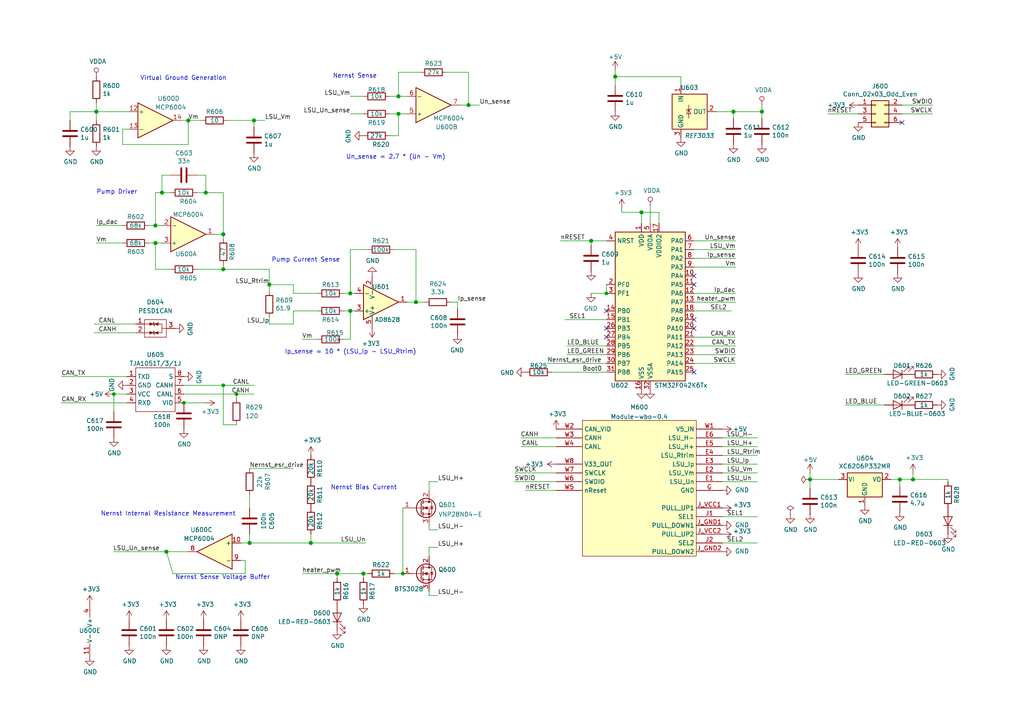
<source format=kicad_sch>
(kicad_sch (version 20211123) (generator eeschema)
  (paper "A4")
  (title_block (title "WBO") (date "2021-09-28") (rev "0.3") (company "rusefi.com"))
  (junction (at 135.89 30.48) (diameter 1.016))
  (junction (at 220.98 32.385) (diameter 1.016))
  (junction (at 171.45 69.85) (diameter 1.016))
  (junction (at 54.61 34.925) (diameter 1.016))
  (junction (at 234.95 139.065) (diameter 1.016))
  (junction (at 115.57 33.02) (diameter 1.016))
  (junction (at 64.77 111.76))
  (junction (at 72.39 157.48) (diameter 1.016))
  (junction (at 90.17 157.48) (diameter 1.016))
  (junction (at 101.6 85.09) (diameter 1.016))
  (junction (at 260.985 139.065) (diameter 1.016))
  (junction (at 116.84 166.37))
  (junction (at 264.795 139.065) (diameter 1.016))
  (junction (at 27.94 32.385) (diameter 1.016))
  (junction (at 33.02 114.3))
  (junction (at 48.26 160.02) (diameter 1.016))
  (junction (at 97.79 166.37) (diameter 1.016))
  (junction (at 178.435 22.225) (diameter 1.016))
  (junction (at 73.66 34.925) (diameter 1.016))
  (junction (at 64.77 78.105) (diameter 1.016))
  (junction (at 115.57 27.94) (diameter 1.016))
  (junction (at 78.105 82.55) (diameter 1.016))
  (junction (at 105.41 166.37) (diameter 1.016))
  (junction (at 101.6 90.17) (diameter 1.016))
  (junction (at 45.085 65.405) (diameter 1.016))
  (junction (at 46.99 55.88) (diameter 1.016))
  (junction (at 59.69 55.88) (diameter 1.016))
  (junction (at 68.58 114.3))
  (junction (at 175.895 85.09))
  (junction (at 186.055 61.595) (diameter 1.016))
  (junction (at 212.725 32.385) (diameter 1.016))
  (junction (at 120.65 87.63) (diameter 1.016))
  (junction (at 53.34 116.84))
  (junction (at 45.085 70.485) (diameter 1.016))
  (junction (at 64.77 67.945) (diameter 1.016))
  (no_connect (at 175.895 95.25))
  (no_connect (at 175.895 97.79))
  (no_connect (at 201.295 107.95))
  (no_connect (at 201.295 92.71))
  (no_connect (at 201.295 95.25))
  (no_connect (at 175.895 90.17))
  (no_connect (at 261.62 35.56))
  (no_connect (at 201.295 82.55))
  (no_connect (at 201.295 80.01))
  (wire (pts (xy 64.77 123.19) (xy 64.77 111.76)))
  (wire (pts (xy 73.66 114.3) (xy 68.58 114.3)))
  (wire (pts (xy 113.03 33.02) (xy 115.57 33.02)))
  (wire (pts (xy 87.63 98.425) (xy 92.075 98.425)))
  (wire (pts (xy 191.135 61.595) (xy 191.135 64.77)))
  (wire (pts (xy 213.36 77.47) (xy 201.295 77.47)))
  (wire (pts (xy 220.98 32.385) (xy 220.98 34.29)))
  (wire (pts (xy 27.305 93.98) (xy 39.37 93.98)))
  (wire (pts (xy 124.46 153.67) (xy 127 153.67)))
  (wire (pts (xy 164.465 102.87) (xy 175.895 102.87)))
  (wire (pts (xy 264.795 139.065) (xy 260.985 139.065)))
  (wire (pts (xy 48.26 160.02) (xy 50.165 166.37)))
  (wire (pts (xy 163.83 92.71) (xy 175.895 92.71)))
  (wire (pts (xy 76.835 34.925) (xy 73.66 34.925)))
  (wire (pts (xy 213.36 85.09) (xy 201.295 85.09)))
  (wire (pts (xy 46.99 55.88) (xy 49.53 55.88)))
  (wire (pts (xy 101.6 27.94) (xy 105.41 27.94)))
  (wire (pts (xy 99.695 98.425) (xy 101.6 98.425)))
  (wire (pts (xy 64.77 111.76) (xy 73.66 111.76)))
  (wire (pts (xy 264.795 139.065) (xy 274.955 139.065)))
  (wire (pts (xy 264.795 137.16) (xy 264.795 139.065)))
  (wire (pts (xy 20.32 32.385) (xy 27.94 32.385)))
  (wire (pts (xy 270.51 33.02) (xy 261.62 33.02)))
  (wire (pts (xy 45.085 65.405) (xy 46.99 65.405)))
  (wire (pts (xy 139.065 30.48) (xy 135.89 30.48)))
  (wire (pts (xy 85.09 82.55) (xy 85.09 85.09)))
  (wire (pts (xy 171.45 69.85) (xy 162.56 69.85)))
  (wire (pts (xy 35.56 41.91) (xy 54.61 41.91)))
  (wire (pts (xy 68.58 114.3) (xy 68.58 115.57)))
  (wire (pts (xy 64.77 78.105) (xy 78.105 78.105)))
  (wire (pts (xy 72.39 157.48) (xy 90.17 157.48)))
  (wire (pts (xy 99.695 85.09) (xy 101.6 85.09)))
  (wire (pts (xy 20.32 34.925) (xy 20.32 32.385)))
  (wire (pts (xy 209.55 139.7) (xy 219.71 139.7)))
  (wire (pts (xy 72.39 147.32) (xy 72.39 143.51)))
  (wire (pts (xy 78.105 82.55) (xy 85.09 82.55)))
  (wire (pts (xy 33.02 114.3) (xy 33.02 119.38)))
  (wire (pts (xy 124.46 152.4) (xy 124.46 153.67)))
  (wire (pts (xy 180.34 61.595) (xy 180.34 60.325)))
  (wire (pts (xy 106.68 72.39) (xy 101.6 72.39)))
  (wire (pts (xy 114.3 72.39) (xy 120.65 72.39)))
  (wire (pts (xy 85.09 135.89) (xy 72.39 135.89)))
  (wire (pts (xy 220.98 30.48) (xy 220.98 32.385)))
  (wire (pts (xy 49.53 50.8) (xy 46.99 50.8)))
  (wire (pts (xy 17.78 116.84) (xy 36.83 116.84)))
  (wire (pts (xy 64.77 55.88) (xy 64.77 67.945)))
  (wire (pts (xy 78.105 84.455) (xy 78.105 82.55)))
  (wire (pts (xy 180.34 61.595) (xy 186.055 61.595)))
  (wire (pts (xy 64.77 78.105) (xy 64.77 76.835)))
  (wire (pts (xy 27.94 29.845) (xy 27.94 32.385)))
  (wire (pts (xy 90.17 154.94) (xy 90.17 157.48)))
  (wire (pts (xy 245.11 108.585) (xy 256.54 108.585)))
  (wire (pts (xy 106.68 166.37) (xy 105.41 166.37)))
  (wire (pts (xy 116.84 166.37) (xy 114.3 166.37)))
  (wire (pts (xy 69.85 157.48) (xy 72.39 157.48)))
  (wire (pts (xy 240.03 33.02) (xy 248.92 33.02)))
  (wire (pts (xy 124.46 171.45) (xy 124.46 172.72)))
  (wire (pts (xy 124.46 172.72) (xy 127 172.72)))
  (wire (pts (xy 68.58 123.19) (xy 64.77 123.19)))
  (wire (pts (xy 99.695 90.17) (xy 101.6 90.17)))
  (wire (pts (xy 64.77 69.215) (xy 64.77 67.945)))
  (wire (pts (xy 213.36 97.79) (xy 201.295 97.79)))
  (wire (pts (xy 59.69 55.88) (xy 64.77 55.88)))
  (wire (pts (xy 209.55 127) (xy 219.71 127)))
  (wire (pts (xy 73.66 36.83) (xy 73.66 34.925)))
  (wire (pts (xy 50.165 166.37) (xy 71.12 166.37)))
  (wire (pts (xy 116.84 147.32) (xy 116.84 166.37)))
  (wire (pts (xy 33.02 114.3) (xy 36.83 114.3)))
  (wire (pts (xy 243.205 139.065) (xy 234.95 139.065)))
  (wire (pts (xy 201.295 102.87) (xy 213.36 102.87)))
  (wire (pts (xy 261.62 30.48) (xy 270.51 30.48)))
  (wire (pts (xy 135.89 20.955) (xy 135.89 30.48)))
  (wire (pts (xy 57.15 55.88) (xy 59.69 55.88)))
  (wire (pts (xy 245.11 117.475) (xy 256.54 117.475)))
  (wire (pts (xy 120.65 87.63) (xy 123.19 87.63)))
  (wire (pts (xy 115.57 39.37) (xy 113.03 39.37)))
  (wire (pts (xy 64.77 67.945) (xy 62.23 67.945)))
  (wire (pts (xy 132.715 87.63) (xy 130.81 87.63)))
  (wire (pts (xy 54.61 41.91) (xy 54.61 34.925)))
  (wire (pts (xy 209.55 149.86) (xy 219.71 149.86)))
  (wire (pts (xy 59.69 116.84) (xy 53.34 116.84)))
  (wire (pts (xy 45.085 55.88) (xy 46.99 55.88)))
  (wire (pts (xy 71.12 166.37) (xy 71.12 162.56)))
  (wire (pts (xy 115.57 33.02) (xy 118.11 33.02)))
  (wire (pts (xy 27.305 96.52) (xy 39.37 96.52)))
  (wire (pts (xy 46.99 50.8) (xy 46.99 55.88)))
  (wire (pts (xy 209.55 132.08) (xy 219.71 132.08)))
  (wire (pts (xy 197.485 22.225) (xy 178.435 22.225)))
  (wire (pts (xy 105.41 166.37) (xy 105.41 167.64)))
  (wire (pts (xy 54.61 34.925) (xy 52.705 34.925)))
  (wire (pts (xy 118.11 27.94) (xy 115.57 27.94)))
  (wire (pts (xy 186.055 64.77) (xy 186.055 61.595)))
  (wire (pts (xy 45.085 78.105) (xy 45.085 70.485)))
  (wire (pts (xy 101.6 90.17) (xy 101.6 98.425)))
  (wire (pts (xy 45.085 55.88) (xy 45.085 65.405)))
  (wire (pts (xy 27.94 70.485) (xy 35.56 70.485)))
  (wire (pts (xy 27.94 65.405) (xy 35.56 65.405)))
  (wire (pts (xy 161.29 139.7) (xy 149.225 139.7)))
  (wire (pts (xy 37.465 37.465) (xy 35.56 37.465)))
  (wire (pts (xy 72.39 157.48) (xy 72.39 154.94)))
  (wire (pts (xy 213.36 72.39) (xy 201.295 72.39)))
  (wire (pts (xy 207.645 32.385) (xy 212.725 32.385)))
  (wire (pts (xy 209.55 134.62) (xy 219.71 134.62)))
  (wire (pts (xy 178.435 24.765) (xy 178.435 22.225)))
  (wire (pts (xy 27.94 32.385) (xy 37.465 32.385)))
  (wire (pts (xy 178.435 22.225) (xy 178.435 20.32)))
  (wire (pts (xy 124.46 139.7) (xy 127 139.7)))
  (wire (pts (xy 78.105 78.105) (xy 78.105 82.55)))
  (wire (pts (xy 97.79 167.64) (xy 97.79 166.37)))
  (wire (pts (xy 149.225 137.16) (xy 161.29 137.16)))
  (wire (pts (xy 53.34 111.76) (xy 64.77 111.76)))
  (wire (pts (xy 234.95 137.16) (xy 234.95 139.065)))
  (wire (pts (xy 171.45 85.09) (xy 175.895 85.09)))
  (wire (pts (xy 120.65 87.63) (xy 118.11 87.63)))
  (wire (pts (xy 73.66 34.925) (xy 66.04 34.925)))
  (wire (pts (xy 161.29 129.54) (xy 151.13 129.54)))
  (wire (pts (xy 92.075 90.17) (xy 85.09 90.17)))
  (wire (pts (xy 160.02 107.95) (xy 175.895 107.95)))
  (wire (pts (xy 201.295 90.17) (xy 212.09 90.17)))
  (wire (pts (xy 186.055 61.595) (xy 191.135 61.595)))
  (wire (pts (xy 175.895 85.09) (xy 175.895 82.55)))
  (wire (pts (xy 27.94 32.385) (xy 27.94 34.925)))
  (wire (pts (xy 17.78 109.22) (xy 36.83 109.22)))
  (wire (pts (xy 201.295 74.93) (xy 213.36 74.93)))
  (wire (pts (xy 85.09 93.98) (xy 78.105 93.98)))
  (wire (pts (xy 120.65 72.39) (xy 120.65 87.63)))
  (wire (pts (xy 101.6 33.02) (xy 105.41 33.02)))
  (wire (pts (xy 35.56 37.465) (xy 35.56 41.91)))
  (wire (pts (xy 161.29 127) (xy 151.13 127)))
  (wire (pts (xy 85.09 90.17) (xy 85.09 93.98)))
  (wire (pts (xy 209.55 137.16) (xy 219.71 137.16)))
  (wire (pts (xy 33.02 160.02) (xy 48.26 160.02)))
  (wire (pts (xy 171.45 71.12) (xy 171.45 69.85)))
  (wire (pts (xy 53.34 114.3) (xy 68.58 114.3)))
  (wire (pts (xy 57.15 50.8) (xy 59.69 50.8)))
  (wire (pts (xy 124.46 142.24) (xy 124.46 139.7)))
  (wire (pts (xy 132.715 89.535) (xy 132.715 87.63)))
  (wire (pts (xy 209.55 157.48) (xy 219.71 157.48)))
  (wire (pts (xy 71.12 162.56) (xy 69.85 162.56)))
  (wire (pts (xy 129.54 20.955) (xy 135.89 20.955)))
  (wire (pts (xy 152.4 142.24) (xy 161.29 142.24)))
  (wire (pts (xy 188.595 64.77) (xy 188.595 59.69)))
  (wire (pts (xy 158.75 105.41) (xy 175.895 105.41)))
  (wire (pts (xy 175.895 69.85) (xy 171.45 69.85)))
  (wire (pts (xy 212.725 32.385) (xy 212.725 34.29)))
  (wire (pts (xy 213.36 105.41) (xy 201.295 105.41)))
  (wire (pts (xy 115.57 39.37) (xy 115.57 33.02)))
  (wire (pts (xy 49.53 78.105) (xy 45.085 78.105)))
  (wire (pts (xy 115.57 20.955) (xy 121.92 20.955)))
  (wire (pts (xy 87.63 166.37) (xy 97.79 166.37)))
  (wire (pts (xy 115.57 27.94) (xy 113.03 27.94)))
  (wire (pts (xy 85.09 85.09) (xy 92.075 85.09)))
  (wire (pts (xy 197.485 24.765) (xy 197.485 22.225)))
  (wire (pts (xy 58.42 34.925) (xy 54.61 34.925)))
  (wire (pts (xy 101.6 85.09) (xy 102.87 85.09)))
  (wire (pts (xy 101.6 90.17) (xy 102.87 90.17)))
  (wire (pts (xy 101.6 72.39) (xy 101.6 85.09)))
  (wire (pts (xy 201.295 100.33) (xy 213.36 100.33)))
  (wire (pts (xy 78.105 92.075) (xy 78.105 93.98)))
  (wire (pts (xy 164.465 100.33) (xy 175.895 100.33)))
  (wire (pts (xy 90.17 157.48) (xy 106.045 157.48)))
  (wire (pts (xy 124.46 158.75) (xy 127 158.75)))
  (wire (pts (xy 124.46 161.29) (xy 124.46 158.75)))
  (wire (pts (xy 135.89 30.48) (xy 133.35 30.48)))
  (wire (pts (xy 201.295 69.85) (xy 213.36 69.85)))
  (wire (pts (xy 234.95 139.065) (xy 234.95 141.605)))
  (wire (pts (xy 45.085 70.485) (xy 46.99 70.485)))
  (wire (pts (xy 213.36 87.63) (xy 201.295 87.63)))
  (wire (pts (xy 43.18 65.405) (xy 45.085 65.405)))
  (wire (pts (xy 59.69 50.8) (xy 59.69 55.88)))
  (wire (pts (xy 209.55 129.54) (xy 219.71 129.54)))
  (wire (pts (xy 260.985 140.97) (xy 260.985 139.065)))
  (wire (pts (xy 212.725 32.385) (xy 220.98 32.385)))
  (wire (pts (xy 57.15 78.105) (xy 64.77 78.105)))
  (wire (pts (xy 274.955 139.065) (xy 274.955 139.7)))
  (wire (pts (xy 97.79 166.37) (xy 105.41 166.37)))
  (wire (pts (xy 43.18 70.485) (xy 45.085 70.485)))
  (wire (pts (xy 48.26 160.02) (xy 54.61 160.02)))
  (wire (pts (xy 115.57 27.94) (xy 115.57 20.955)))
  (wire (pts (xy 260.985 139.065) (xy 258.445 139.065)))
  (text "Nernst Sense" (at 96.52 22.86 0) (effects (font (size 1.27 1.27)) (justify left bottom)))
  (text "Pump Driver" (at 27.94 56.515 0) (effects (font (size 1.27 1.27)) (justify left bottom)))
  (text "Virtual Ground Generation" (at 40.64 23.495 0) (effects (font (size 1.27 1.27)) (justify left bottom)))
  (text "Nernst Internal Resistance Measurement" (at 29.21 149.86 0) (effects (font (size 1.27 1.27)) (justify left bottom)))
  (text "Nernst Bias Current" (at 95.885 142.24 0) (effects (font (size 1.27 1.27)) (justify left bottom)))
  (text "Nernst Sense Voltage Buffer" (at 50.8 168.275 0) (effects (font (size 1.27 1.27)) (justify left bottom)))
  (text "Un_sense = 2.7 * (Un - Vm)" (at 100.33 46.355 0) (effects (font (size 1.27 1.27)) (justify left bottom)))
  (text "Pump Current Sense" (at 78.74 76.2 0) (effects (font (size 1.27 1.27)) (justify left bottom)))
  (text "Ip_sense = 10 * (LSU_Ip - LSU_Rtrim)" (at 82.55 102.87 0) (effects (font (size 1.27 1.27)) (justify left bottom)))
  (label "LSU_H-" (at 127 153.67 0))
  (label "Nernst_esr_drive" (at 158.75 105.41 0))
  (label "LSU_Vm" (at 210.82 137.16 0))
  (label "LSU_Vm" (at 213.36 72.39 180))
  (label "LSU_Un" (at 210.82 139.7 0))
  (label "LSU_Vm" (at 101.6 27.94 180))
  (label "Vm" (at 27.94 70.485 0))
  (label "LSU_Ip" (at 78.105 93.98 180))
  (label "SWDIO" (at 149.225 139.7 0))
  (label "CANH" (at 72.39 114.3 180))
  (label "heater_pwm" (at 213.36 87.63 180))
  (label "LSU_Rtrim" (at 210.82 132.08 0))
  (label "Vm" (at 54.61 34.925 0))
  (label "LSU_H-" (at 210.82 127 0))
  (label "LSU_Un" (at 106.045 157.48 180))
  (label "LED_GREEN" (at 245.11 108.585 0))
  (label "nRESET" (at 162.56 69.85 0))
  (label "Vm" (at 87.63 98.425 0))
  (label "Nernst_esr_drive" (at 72.39 135.89 0))
  (label "nRESET" (at 240.03 33.02 0))
  (label "nRESET" (at 152.4 142.24 0))
  (label "LSU_Un_sense" (at 101.6 33.02 180))
  (label "LED_BLUE" (at 164.465 100.33 0))
  (label "Boot0" (at 168.91 107.95 0))
  (label "LSU_Vm" (at 76.835 34.925 0))
  (label "Vm" (at 213.36 77.47 180))
  (label "CAN_TX" (at 213.36 100.33 180))
  (label "Un_sense" (at 139.065 30.48 0))
  (label "LSU_Rtrim" (at 78.105 82.55 180))
  (label "Un_sense" (at 213.36 69.85 180))
  (label "CANH" (at 28.575 96.52 0))
  (label "Ip_sense" (at 132.715 87.63 0))
  (label "LSU_Ip" (at 210.82 134.62 0))
  (label "SWCLK" (at 149.225 137.16 0))
  (label "CANL" (at 28.575 93.98 0))
  (label "Ip_dac" (at 213.36 85.09 180))
  (label "Ip_sense" (at 213.36 74.93 180))
  (label "LED_BLUE" (at 245.11 117.475 0))
  (label "CAN_TX" (at 17.78 109.22 0))
  (label "SWDIO" (at 213.36 102.87 180))
  (label "Ip_dac" (at 27.94 65.405 0))
  (label "LSU_Un_sense" (at 46.355 160.02 180))
  (label "SWCLK" (at 213.36 105.41 180))
  (label "SEL1" (at 165.1 92.71 0))
  (label "LSU_H+" (at 210.82 129.54 0))
  (label "SEL1" (at 210.82 149.86 0))
  (label "heater_pwm" (at 87.63 166.37 0))
  (label "SWDIO" (at 270.51 30.48 180))
  (label "CANH" (at 156.21 127 180))
  (label "CANL" (at 72.39 111.76 180))
  (label "CAN_RX" (at 17.78 116.84 0))
  (label "CANL" (at 156.21 129.54 180))
  (label "CAN_RX" (at 213.36 97.79 180))
  (label "SEL2" (at 210.82 157.48 0))
  (label "LSU_H-" (at 127 172.72 0))
  (label "SWCLK" (at 270.51 33.02 180))
  (label "LSU_H+" (at 127 158.75 0))
  (label "LSU_H+" (at 127 139.7 0))
  (label "LED_GREEN" (at 164.465 102.87 0))
  (label "SEL2" (at 210.82 90.17 180))
  (symbol (lib_id "hellen1-wbo-rescue:R-Device") (at 109.22 33.02 90) (unit 1)
    (property "Reference" "R619" (at 109.22 35.56 90))
    (property "Value" "10k" (at 109.22 33.02 90))
    (property "Footprint" "Resistor_SMD:R_0402_1005Metric" (effects hide))
    (property "LCSC" "C25744" (effects hide))
  )
  (symbol (lib_id "hellen1-wbo-rescue:R-Device") (at 109.22 27.94 90) (unit 1)
    (property "Reference" "R618" (at 109.22 26.035 90))
    (property "Value" "10k" (at 109.22 27.94 90))
    (property "Footprint" "Resistor_SMD:R_0402_1005Metric" (effects hide))
    (property "LCSC" "C25744" (effects hide))
  )
  (symbol (lib_id "hellen1-wbo-rescue:R-Device") (at 125.73 20.955 90) (unit 1)
    (property "Reference" "R623" (at 125.73 18.415 90))
    (property "Value" "27k" (at 125.73 20.955 90))
    (property "Footprint" "Resistor_SMD:R_0402_1005Metric" (effects hide))
    (property "LCSC" "C25771" (effects hide))
  )
  (symbol (lib_id "hellen1-wbo-rescue:R-Device") (at 109.22 39.37 270) (unit 1)
    (property "Reference" "R620" (at 107.95 41.91 90) (effects (justify left)))
    (property "Value" "27k" (at 107.315 39.37 90) (effects (justify left)))
    (property "Footprint" "Resistor_SMD:R_0402_1005Metric" (effects hide))
    (property "LCSC" "C25771" (effects hide))
  )
  (symbol (lib_id "hellen1-wbo-rescue:GND-power") (at 105.41 39.37 270) (unit 1)
    (property "Reference" "#PWR0616" (effects hide))
    (property "Value" "GND" (at 101.0158 39.497 0))
  )
  (symbol (lib_id "hellen1-wbo-rescue:R-Device") (at 78.105 88.265 0) (unit 1)
    (property "Reference" "R609" (at 79.883 87.0966 0) (effects (justify left)))
    (property "Value" "61.9" (at 79.883 89.408 0) (effects (justify left)))
    (property "Footprint" "Resistor_SMD:R_0603_1608Metric" (effects hide))
    (property "LCSC" "C23092" (effects hide))
  )
  (symbol (lib_id "hellen1-wbo-rescue:R-Device") (at 27.94 26.035 0) (unit 1)
    (property "Reference" "R600" (at 29.718 24.8666 0) (effects (justify left)))
    (property "Value" "1k" (at 29.718 27.178 0) (effects (justify left)))
    (property "Footprint" "Resistor_SMD:R_0402_1005Metric" (effects hide))
    (property "LCSC" "C11702" (effects hide))
  )
  (symbol (lib_id "hellen1-wbo-rescue:R-Device") (at 27.94 38.735 0) (unit 1)
    (property "Reference" "R601" (at 29.718 37.5666 0) (effects (justify left)))
    (property "Value" "1k" (at 29.718 39.878 0) (effects (justify left)))
    (property "Footprint" "Resistor_SMD:R_0402_1005Metric" (effects hide))
    (property "LCSC" "C11702" (effects hide))
  )
  (symbol (lib_id "hellen1-wbo-rescue:GND-power") (at 27.94 42.545 0) (unit 1)
    (property "Reference" "#PWR0604" (effects hide))
    (property "Value" "GND" (at 28.067 46.9392 0))
  )
  (symbol (lib_id "hellen1-wbo-rescue:C-Device") (at 20.32 38.735 0) (unit 1)
    (property "Reference" "C600" (at 23.241 37.5666 0) (effects (justify left)))
    (property "Value" "1u" (at 23.241 39.878 0) (effects (justify left)))
    (property "Footprint" "Capacitor_SMD:C_0402_1005Metric" (effects hide))
    (property "LCSC" "C52923" (effects hide))
  )
  (symbol (lib_id "hellen1-wbo-rescue:GND-power") (at 20.32 42.545 0) (unit 1)
    (property "Reference" "#PWR0600" (effects hide))
    (property "Value" "GND" (at 20.447 46.9392 0))
  )
  (symbol (lib_id "hellen1-wbo-rescue:C-Device") (at 72.39 151.13 180) (unit 1)
    (property "Reference" "C605" (at 78.7908 151.13 90))
    (property "Value" "100n" (at 76.4794 151.13 90))
    (property "Footprint" "Capacitor_SMD:C_0402_1005Metric" (effects hide))
    (property "LCSC" "C1525" (effects hide))
  )
  (symbol (lib_id "hellen1-wbo-rescue:R-Device") (at 72.39 139.7 180) (unit 1)
    (property "Reference" "R607" (at 77.6478 139.7 90))
    (property "Value" "22k" (at 75.3364 139.7 90))
    (property "Footprint" "Resistor_SMD:R_0402_1005Metric" (effects hide))
    (property "LCSC" "C25768" (effects hide))
  )
  (symbol (lib_id "hellen1-wbo-rescue:R-Device") (at 95.885 85.09 270) (unit 1)
    (property "Reference" "R613" (at 95.885 82.55 90))
    (property "Value" "10k" (at 95.885 85.09 90))
    (property "Footprint" "Resistor_SMD:R_0402_1005Metric" (effects hide))
    (property "LCSC" "C25744" (effects hide))
  )
  (symbol (lib_id "hellen1-wbo-rescue:R-Device") (at 95.885 90.17 270) (unit 1)
    (property "Reference" "R614" (at 95.885 92.71 90))
    (property "Value" "10k" (at 95.885 90.17 90))
    (property "Footprint" "Resistor_SMD:R_0402_1005Metric" (effects hide))
    (property "LCSC" "C25744" (effects hide))
  )
  (symbol (lib_id "hellen1-wbo-rescue:R-Device") (at 95.885 98.425 270) (unit 1)
    (property "Reference" "R615" (at 94.615 96.52 90) (effects (justify left)))
    (property "Value" "100k" (at 93.98 98.425 90) (effects (justify left)))
    (property "Footprint" "Resistor_SMD:R_0402_1005Metric" (effects hide))
    (property "LCSC" "C25741" (effects hide))
  )
  (symbol (lib_id "hellen1-wbo-rescue:R-Device") (at 62.23 34.925 270) (unit 1)
    (property "Reference" "R606" (at 62.23 32.385 90))
    (property "Value" "10" (at 62.23 34.925 90))
    (property "Footprint" "Resistor_SMD:R_0402_1005Metric" (effects hide))
    (property "LCSC" "C25077" (effects hide))
  )
  (symbol (lib_id "hellen1-wbo-rescue:R-Device") (at 110.49 72.39 270) (unit 1)
    (property "Reference" "R621" (at 110.49 69.85 90))
    (property "Value" "100k" (at 110.49 72.39 90))
    (property "Footprint" "Resistor_SMD:R_0402_1005Metric" (effects hide))
    (property "LCSC" "C25741" (effects hide))
  )
  (symbol (lib_id "hellen1-wbo-rescue:R-Device") (at 64.77 73.025 180) (unit 1)
    (property "Reference" "R608" (at 67.31 73.025 90))
    (property "Value" "47" (at 64.77 73.025 90))
    (property "Footprint" "Resistor_SMD:R_0402_1005Metric" (effects hide))
    (property "LCSC" "C25118" (effects hide))
  )
  (symbol (lib_id "hellen1-wbo-rescue:C-Device") (at 73.66 40.64 0) (unit 1)
    (property "Reference" "C607" (at 76.581 39.4716 0) (effects (justify left)))
    (property "Value" "1u" (at 76.581 41.783 0) (effects (justify left)))
    (property "Footprint" "Capacitor_SMD:C_0402_1005Metric" (effects hide))
    (property "LCSC" "C52923" (effects hide))
  )
  (symbol (lib_id "hellen1-wbo-rescue:GND-power") (at 73.66 44.45 0) (unit 1)
    (property "Reference" "#PWR0613" (effects hide))
    (property "Value" "GND" (at 73.787 48.8442 0))
  )
  (symbol (lib_id "hellen1-wbo-rescue:C-Device") (at 234.95 145.415 0) (unit 1)
    (property "Reference" "C613" (at 237.871 144.2466 0) (effects (justify left)))
    (property "Value" "100n" (at 237.871 146.558 0) (effects (justify left)))
    (property "Footprint" "Capacitor_SMD:C_0402_1005Metric" (effects hide))
    (property "LCSC" "C1525" (effects hide))
  )
  (symbol (lib_id "hellen1-wbo-rescue:GND-power") (at 234.95 149.225 0) (unit 1)
    (property "Reference" "#PWR0637" (effects hide))
    (property "Value" "GND" (at 235.077 153.6192 0))
  )
  (symbol (lib_id "hellen1-wbo-rescue:+5V-power") (at 234.95 137.16 0) (unit 1)
    (property "Reference" "#PWR0636" (effects hide))
    (property "Value" "+5V" (at 234.95 133.35 0))
  )
  (symbol (lib_id "hellen1-wbo-rescue:XC6206PxxxMR-Regulator_Linear") (at 250.825 139.065 0) (unit 1)
    (property "Reference" "U604" (at 250.825 132.9182 0))
    (property "Value" "XC6206P332MR" (at 250.825 135.2296 0))
    (property "Footprint" "Package_TO_SOT_SMD:SOT-23" (effects hide))
    (property "Datasheet" "https://www.torexsemi.com/file/xc6206/XC6206.pdf" (effects hide))
    (property "LCSC" "C5446" (effects hide))
  )
  (symbol (lib_id "hellen1-wbo-rescue:GND-power") (at 250.825 146.685 0) (unit 1)
    (property "Reference" "#PWR0642" (effects hide))
    (property "Value" "GND" (at 250.952 151.0792 0))
  )
  (symbol (lib_id "hellen1-wbo-rescue:C-Device") (at 260.985 144.78 0) (unit 1)
    (property "Reference" "C616" (at 263.906 143.6116 0) (effects (justify left)))
    (property "Value" "4.7u" (at 263.906 145.923 0) (effects (justify left)))
    (property "Footprint" "Capacitor_SMD:C_0603_1608Metric" (effects hide))
    (property "LCSC" "C19666" (effects hide))
  )
  (symbol (lib_id "hellen1-wbo-rescue:GND-power") (at 260.985 148.59 0) (unit 1)
    (property "Reference" "#PWR0645" (effects hide))
    (property "Value" "GND" (at 261.112 152.9842 0))
  )
  (symbol (lib_id "hellen1-wbo-rescue:+3.3V-power") (at 264.795 137.16 0) (unit 1)
    (property "Reference" "#PWR0646" (effects hide))
    (property "Value" "+3.3V" (at 265.176 132.7658 0))
  )
  (symbol (lib_id "hellen1-wbo-rescue:R-Device") (at 90.17 151.13 180) (unit 1)
    (property "Reference" "R612" (at 92.71 151.13 90))
    (property "Value" "20k" (at 90.17 151.13 90))
    (property "Footprint" "Resistor_SMD:R_0402_1005Metric" (effects hide))
    (property "LCSC" "C25765" (effects hide))
  )
  (symbol (lib_id "hellen1-wbo-rescue:R-Device") (at 53.34 55.88 270) (unit 1)
    (property "Reference" "R604" (at 52.07 58.42 90) (effects (justify left)))
    (property "Value" "10k" (at 51.435 55.88 90) (effects (justify left)))
    (property "Footprint" "Resistor_SMD:R_0402_1005Metric" (effects hide))
    (property "LCSC" "C25744" (effects hide))
  )
  (symbol (lib_id "hellen1-wbo-rescue:R-Device") (at 53.34 78.105 270) (unit 1)
    (property "Reference" "R605" (at 52.07 80.645 90) (effects (justify left)))
    (property "Value" "10k" (at 51.435 78.105 90) (effects (justify left)))
    (property "Footprint" "Resistor_SMD:R_0402_1005Metric" (effects hide))
    (property "LCSC" "C25744" (effects hide))
  )
  (symbol (lib_id "hellen1-wbo-rescue:R-Device") (at 39.37 70.485 270) (unit 1)
    (property "Reference" "R603" (at 39.37 73.025 90))
    (property "Value" "68k" (at 39.37 70.485 90))
    (property "Footprint" "Resistor_SMD:R_0402_1005Metric" (effects hide))
    (property "LCSC" "C36871" (effects hide))
  )
  (symbol (lib_id "hellen1-wbo-rescue:R-Device") (at 39.37 65.405 90) (unit 1)
    (property "Reference" "R602" (at 39.37 62.865 90))
    (property "Value" "68k" (at 39.37 65.405 90))
    (property "Footprint" "Resistor_SMD:R_0402_1005Metric" (effects hide))
    (property "LCSC" "C36871" (effects hide))
  )
  (symbol (lib_id "hellen1-wbo-rescue:MCP6004-Amplifier_Operational") (at 125.73 30.48 0) (mirror x) (unit 2)
    (property "Reference" "U600" (at 129.54 36.83 0))
    (property "Value" "MCP6004" (at 130.175 34.29 0))
    (property "Footprint" "Package_SO:TSSOP-14_4.4x5mm_P0.65mm" (effects hide))
    (property "Datasheet" "http://ww1.microchip.com/downloads/en/DeviceDoc/21733j.pdf" (effects hide))
    (property "LCSC" "C50282" (effects hide))
  )
  (symbol (lib_id "hellen1-wbo-rescue:MCP6004-Amplifier_Operational") (at 54.61 67.945 0) (mirror x) (unit 1)
    (property "Reference" "U600" (at 53.975 73.66 0))
    (property "Value" "MCP6004" (at 54.61 62.23 0))
    (property "Footprint" "Package_SO:TSSOP-14_4.4x5mm_P0.65mm" (effects hide))
    (property "Datasheet" "http://ww1.microchip.com/downloads/en/DeviceDoc/21733j.pdf" (effects hide))
    (property "LCSC" "C50282" (effects hide))
  )
  (symbol (lib_id "hellen1-wbo-rescue:MCP6004-Amplifier_Operational") (at 62.23 160.02 0) (mirror y) (unit 3)
    (property "Reference" "U600" (at 58.42 153.67 0))
    (property "Value" "MCP6004" (at 57.785 156.21 0))
    (property "Footprint" "Package_SO:TSSOP-14_4.4x5mm_P0.65mm" (effects hide))
    (property "Datasheet" "http://ww1.microchip.com/downloads/en/DeviceDoc/21733j.pdf" (effects hide))
    (property "LCSC" "C50282" (effects hide))
  )
  (symbol (lib_id "hellen1-wbo-rescue:MCP6004-Amplifier_Operational") (at 45.085 34.925 0) (unit 4)
    (property "Reference" "U600" (at 48.895 28.575 0))
    (property "Value" "MCP6004" (at 49.53 31.115 0))
    (property "Footprint" "Package_SO:TSSOP-14_4.4x5mm_P0.65mm" (effects hide))
    (property "Datasheet" "http://ww1.microchip.com/downloads/en/DeviceDoc/21733j.pdf" (effects hide))
    (property "LCSC" "C50282" (effects hide))
  )
  (symbol (lib_id "hellen1-wbo-rescue:C-Device") (at 53.34 50.8 270) (unit 1)
    (property "Reference" "C603" (at 53.34 44.3992 90))
    (property "Value" "33n" (at 53.34 46.7106 90))
    (property "Footprint" "Capacitor_SMD:C_0402_1005Metric" (effects hide))
    (property "LCSC" "C1585" (effects hide))
  )
  (symbol (lib_id "hellen1-wbo-rescue:+3.3V-power") (at 180.34 60.325 0) (unit 1)
    (property "Reference" "#PWR0625" (effects hide))
    (property "Value" "+3.3V" (at 180.721 55.9308 0))
  )
  (symbol (lib_id "hellen1-wbo-rescue:C-Device") (at 212.725 38.1 0) (unit 1)
    (property "Reference" "C611" (at 215.646 36.9316 0) (effects (justify left)))
    (property "Value" "1u" (at 215.646 39.243 0) (effects (justify left)))
    (property "Footprint" "Capacitor_SMD:C_0402_1005Metric" (effects hide))
    (property "LCSC" "C52923" (effects hide))
  )
  (symbol (lib_id "hellen1-wbo-rescue:C-Device") (at 220.98 38.1 0) (unit 1)
    (property "Reference" "C612" (at 223.901 36.9316 0) (effects (justify left)))
    (property "Value" "100n" (at 223.901 39.243 0) (effects (justify left)))
    (property "Footprint" "Capacitor_SMD:C_0402_1005Metric" (effects hide))
    (property "LCSC" "C1525" (effects hide))
  )
  (symbol (lib_id "hellen1-wbo-rescue:GND-power") (at 212.725 41.91 0) (unit 1)
    (property "Reference" "#PWR0632" (effects hide))
    (property "Value" "GND" (at 212.852 46.3042 0))
  )
  (symbol (lib_id "hellen1-wbo-rescue:GND-power") (at 220.98 41.91 0) (unit 1)
    (property "Reference" "#PWR0634" (effects hide))
    (property "Value" "GND" (at 221.107 46.3042 0))
  )
  (symbol (lib_id "hellen1-wbo-rescue:+3.3V-power") (at 90.17 132.08 0) (unit 1)
    (property "Reference" "#PWR0614" (effects hide))
    (property "Value" "+3.3V" (at 90.551 127.6858 0))
  )
  (symbol (lib_id "hellen1-wbo-rescue:MCP6004-Amplifier_Operational") (at 28.575 182.88 0) (unit 5)
    (property "Reference" "U600" (at 26.035 182.88 0))
    (property "Value" "MCP6004" (effects hide))
    (property "Footprint" "Package_SO:TSSOP-14_4.4x5mm_P0.65mm" (effects hide))
    (property "Datasheet" "http://ww1.microchip.com/downloads/en/DeviceDoc/21733j.pdf" (effects hide))
    (property "LCSC" "C50282" (effects hide))
  )
  (symbol (lib_id "hellen1-wbo-rescue:GND-power") (at 26.035 190.5 0) (unit 1)
    (property "Reference" "#PWR0602" (effects hide))
    (property "Value" "GND" (at 26.162 194.8942 0))
  )
  (symbol (lib_id "hellen1-wbo-rescue:+3.3V-power") (at 107.95 95.25 180) (unit 1)
    (property "Reference" "#PWR0619" (effects hide))
    (property "Value" "+3.3V" (at 107.569 99.6442 0))
  )
  (symbol (lib_id "hellen1-wbo-rescue:+3.3V-power") (at 26.035 175.26 0) (unit 1)
    (property "Reference" "#PWR0601" (effects hide))
    (property "Value" "+3.3V" (at 26.416 170.8658 0))
  )
  (symbol (lib_id "hellen1-wbo-rescue:AD8603-Amplifier_Operational") (at 110.49 87.63 0) (mirror x) (unit 1)
    (property "Reference" "U601" (at 110.49 83.185 0))
    (property "Value" "AD8628" (at 112.395 92.71 0))
    (property "Footprint" "Package_TO_SOT_SMD:TSOT-23-5" (effects hide))
    (property "Datasheet" "https://www.analog.com/media/en/technical-documentation/data-sheets/AD8603_8607_8609.pdf" (effects hide))
    (property "LCSC" "C29309" (effects hide))
  )
  (symbol (lib_id "hellen1-wbo-rescue:GND-power") (at 107.95 80.01 0) (mirror x) (unit 1)
    (property "Reference" "#PWR0618" (effects hide))
    (property "Value" "GND" (at 108.077 75.6158 0))
  )
  (symbol (lib_id "hellen1-wbo-rescue:LED-Device") (at 260.35 117.475 180) (unit 1)
    (property "Reference" "D602" (at 259.08 114.935 0) (effects (justify right)))
    (property "Value" "LED-BLUE-0603" (at 257.81 120.015 0) (effects (justify right)))
    (property "Footprint" "LED_SMD:LED_0603_1608Metric" (effects hide))
    (property "LCSC" "C72041" (effects hide))
  )
  (symbol (lib_id "hellen1-wbo-rescue:R-Device") (at 267.97 117.475 270) (unit 1)
    (property "Reference" "R627" (at 267.97 114.935 90))
    (property "Value" "1k" (at 267.97 117.475 90))
    (property "Footprint" "Resistor_SMD:R_0402_1005Metric" (effects hide))
    (property "LCSC" "C11702" (effects hide))
  )
  (symbol (lib_id "hellen1-wbo-rescue:GND-power") (at 271.78 117.475 90) (unit 1)
    (property "Reference" "#PWR0648" (effects hide))
    (property "Value" "GND" (at 276.1742 117.348 0))
  )
  (symbol (lib_id "hellen1-wbo-rescue:GND-power") (at 186.055 113.03 0) (unit 1)
    (property "Reference" "#PWR0626" (effects hide))
    (property "Value" "GND" (effects hide))
  )
  (symbol (lib_id "hellen1-wbo-rescue:GND-power") (at 188.595 113.03 0) (unit 1)
    (property "Reference" "#PWR0628" (effects hide))
    (property "Value" "GND" (effects hide))
  )
  (symbol (lib_id "hellen1-wbo-rescue:GND-power") (at 59.055 187.325 0) (unit 1)
    (property "Reference" "#PWR0610" (effects hide))
    (property "Value" "GND" (at 59.182 191.7192 0))
  )
  (symbol (lib_id "hellen1-wbo-rescue:+3.3V-power") (at 59.055 179.705 0) (unit 1)
    (property "Reference" "#PWR0609" (effects hide))
    (property "Value" "+3.3V" (at 59.436 175.3108 0))
  )
  (symbol (lib_id "hellen1-wbo-rescue:C-Device") (at 59.055 183.515 0) (unit 1)
    (property "Reference" "C604" (at 61.976 182.3466 0) (effects (justify left)))
    (property "Value" "DNP" (at 61.976 184.658 0) (effects (justify left)))
    (property "Footprint" "Capacitor_SMD:C_0402_1005Metric" (effects hide))
  )
  (symbol (lib_id "hellen1-wbo-rescue:GND-power") (at 69.85 187.325 0) (unit 1)
    (property "Reference" "#PWR0612" (effects hide))
    (property "Value" "GND" (at 69.977 191.7192 0))
  )
  (symbol (lib_id "hellen1-wbo-rescue:+3.3V-power") (at 69.85 179.705 0) (unit 1)
    (property "Reference" "#PWR0611" (effects hide))
    (property "Value" "+3.3V" (at 70.231 175.3108 0))
  )
  (symbol (lib_id "hellen1-wbo-rescue:C-Device") (at 69.85 183.515 0) (unit 1)
    (property "Reference" "C606" (at 72.771 182.3466 0) (effects (justify left)))
    (property "Value" "DNP" (at 72.771 184.658 0) (effects (justify left)))
    (property "Footprint" "Capacitor_SMD:C_0402_1005Metric" (effects hide))
  )
  (symbol (lib_id "hellen1-wbo-rescue:R-Device") (at 90.17 143.51 180) (unit 1)
    (property "Reference" "R611" (at 92.71 143.51 90))
    (property "Value" "20k" (at 90.17 143.51 90))
    (property "Footprint" "Resistor_SMD:R_0402_1005Metric" (effects hide))
    (property "LCSC" "C25765" (effects hide))
  )
  (symbol (lib_id "hellen1-wbo-rescue:LED-Device") (at 274.955 151.13 90) (unit 1)
    (property "Reference" "D603" (at 265.43 154.94 90) (effects (justify right)))
    (property "Value" "LED-RED-0603" (at 259.08 157.48 90) (effects (justify right)))
    (property "Footprint" "LED_SMD:LED_0603_1608Metric" (effects hide))
    (property "LCSC" "C2286" (effects hide))
  )
  (symbol (lib_id "hellen1-wbo-rescue:R-Device") (at 274.955 143.51 180) (unit 1)
    (property "Reference" "R628" (at 277.495 143.51 90))
    (property "Value" "1k" (at 274.955 143.51 90))
    (property "Footprint" "Resistor_SMD:R_0402_1005Metric" (effects hide))
    (property "LCSC" "C11702" (effects hide))
  )
  (symbol (lib_id "hellen1-wbo-rescue:GND-power") (at 274.955 154.94 0) (unit 1)
    (property "Reference" "#PWR0649" (effects hide))
    (property "Value" "GND" (at 275.082 159.3342 0))
  )
  (symbol (lib_id "hellen1-wbo-rescue:GND-power") (at 48.26 187.325 0) (unit 1)
    (property "Reference" "#PWR0608" (effects hide))
    (property "Value" "GND" (at 48.387 191.7192 0))
  )
  (symbol (lib_id "hellen1-wbo-rescue:+3.3V-power") (at 48.26 179.705 0) (unit 1)
    (property "Reference" "#PWR0607" (effects hide))
    (property "Value" "+3.3V" (at 48.641 175.3108 0))
  )
  (symbol (lib_id "hellen1-wbo-rescue:C-Device") (at 48.26 183.515 0) (unit 1)
    (property "Reference" "C602" (at 51.181 182.3466 0) (effects (justify left)))
    (property "Value" "100n" (at 51.181 184.658 0) (effects (justify left)))
    (property "Footprint" "Capacitor_SMD:C_0402_1005Metric" (effects hide))
    (property "LCSC" "C1525" (effects hide))
  )
  (symbol (lib_id "hellen1-wbo-rescue:C-Device") (at 171.45 74.93 0) (unit 1)
    (property "Reference" "C609" (at 174.371 73.7616 0) (effects (justify left)))
    (property "Value" "1u" (at 174.371 76.073 0) (effects (justify left)))
    (property "Footprint" "Capacitor_SMD:C_0402_1005Metric" (effects hide))
    (property "LCSC" "C52923" (effects hide))
  )
  (symbol (lib_id "hellen1-wbo-rescue:GND-power") (at 171.45 78.74 0) (unit 1)
    (property "Reference" "#PWR0622" (effects hide))
    (property "Value" "GND" (effects hide))
  )
  (symbol (lib_id "hellen1-wbo-rescue:C-Device") (at 132.715 93.345 0) (mirror y) (unit 1)
    (property "Reference" "C608" (at 129.794 92.1766 0) (effects (justify left)))
    (property "Value" "100n" (at 129.794 94.488 0) (effects (justify left)))
    (property "Footprint" "Capacitor_SMD:C_0402_1005Metric" (effects hide))
    (property "LCSC" "C1525" (effects hide))
  )
  (symbol (lib_id "hellen1-wbo-rescue:R-Device") (at 127 87.63 90) (mirror x) (unit 1)
    (property "Reference" "R624" (at 127 82.3722 90))
    (property "Value" "3.3k" (at 127 84.6836 90))
    (property "Footprint" "Resistor_SMD:R_0402_1005Metric" (effects hide))
    (property "LCSC" "C25890" (effects hide))
  )
  (symbol (lib_id "hellen1-wbo-rescue:GND-power") (at 132.715 97.155 0) (mirror y) (unit 1)
    (property "Reference" "#PWR0620" (effects hide))
    (property "Value" "GND" (at 132.588 101.5492 0))
  )
  (symbol (lib_id "hellen1-wbo-rescue:REF3033-Reference_Voltage") (at 200.025 32.385 0) (unit 1)
    (property "Reference" "U603" (at 202.565 25.4 0) (effects (justify right)))
    (property "Value" "REF3033" (at 207.01 39.37 0) (effects (font italic) (justify right)))
    (property "Footprint" "Package_TO_SOT_SMD:SOT-23" (effects hide))
    (property "Datasheet" "http://www.ti.com/lit/ds/symlink/ref3033.pdf" (effects hide))
    (property "LCSC" "C36658" (effects hide))
  )
  (symbol (lib_id "hellen1-wbo-rescue:GND-power") (at 197.485 40.005 0) (unit 1)
    (property "Reference" "#PWR0629" (effects hide))
    (property "Value" "GND" (at 197.612 44.3992 0))
  )
  (symbol (lib_id "hellen1-wbo-rescue:+5V-power") (at 178.435 20.32 0) (unit 1)
    (property "Reference" "#PWR0623" (effects hide))
    (property "Value" "+5V" (at 178.435 16.51 0))
  )
  (symbol (lib_id "hellen1-wbo-rescue:VDDA-power") (at 220.98 30.48 0) (unit 1)
    (property "Reference" "#PWR0633" (effects hide))
    (property "Value" "VDDA" (at 221.4118 26.0858 0))
  )
  (symbol (lib_id "hellen1-wbo-rescue:VDDA-power") (at 188.595 59.69 0) (unit 1)
    (property "Reference" "#PWR0627" (effects hide))
    (property "Value" "VDDA" (at 189.0268 55.2958 0))
  )
  (symbol (lib_id "hellen1-wbo-rescue:VDDA-power") (at 27.94 22.225 0) (unit 1)
    (property "Reference" "#PWR0603" (effects hide))
    (property "Value" "VDDA" (at 28.3718 17.8308 0))
  )
  (symbol (lib_id "hellen1-wbo-rescue:C-Device") (at 178.435 28.575 0) (unit 1)
    (property "Reference" "C610" (at 181.356 27.4066 0) (effects (justify left)))
    (property "Value" "1u" (at 181.356 29.718 0) (effects (justify left)))
    (property "Footprint" "Capacitor_SMD:C_0402_1005Metric" (effects hide))
    (property "LCSC" "C52923" (effects hide))
  )
  (symbol (lib_id "hellen1-wbo-rescue:STM32F042K6Tx-MCU_ST_STM32F0") (at 188.595 87.63 0) (unit 1)
    (property "Reference" "U602" (at 179.705 111.76 0))
    (property "Value" "STM32F042K6Tx" (at 197.485 111.76 0))
    (property "Footprint" "Package_QFP:LQFP-32_7x7mm_P0.8mm" (effects hide))
    (property "Datasheet" "http://www.st.com/st-web-ui/static/active/en/resource/technical/document/datasheet/DM00105814.pdf" (effects hide))
    (property "LCSC" "C69216" (effects hide))
  )
  (symbol (lib_id "hellen1-wbo-rescue:GND-power") (at 178.435 32.385 0) (unit 1)
    (property "Reference" "#PWR0624" (effects hide))
    (property "Value" "GND" (at 178.562 36.7792 0))
  )
  (symbol (lib_id "hellen1-wbo-rescue:Q_NMOS_GDS-Device") (at 121.92 166.37 0) (unit 1)
    (property "Reference" "Q600" (at 127.1016 165.2016 0) (effects (justify left)))
    (property "Value" "BTS3028" (at 114.3 170.815 0) (effects (justify left)))
    (property "Footprint" "Package_TO_SOT_SMD:TO-252-2" (effects hide))
    (property "LCSC" "C112639" (effects hide))
  )
  (symbol (lib_id "hellen1-wbo-rescue:R-Device") (at 110.49 166.37 270) (unit 1)
    (property "Reference" "R622" (at 110.49 163.83 90))
    (property "Value" "1k" (at 110.49 166.37 90))
    (property "Footprint" "Resistor_SMD:R_0402_1005Metric" (effects hide))
    (property "LCSC" "C11702" (effects hide))
  )
  (symbol (lib_id "hellen1-wbo-rescue:R-Device") (at 105.41 171.45 180) (unit 1)
    (property "Reference" "R617" (at 107.95 171.45 90))
    (property "Value" "1k" (at 105.41 171.45 90))
    (property "Footprint" "Resistor_SMD:R_0402_1005Metric" (effects hide))
    (property "LCSC" "C11702" (effects hide))
  )
  (symbol (lib_id "hellen1-wbo-rescue:GND-power") (at 105.41 175.26 0) (unit 1)
    (property "Reference" "#PWR0617" (effects hide))
    (property "Value" "GND" (at 105.537 179.6542 0))
  )
  (symbol (lib_id "hellen1-wbo-rescue:C-Device") (at 260.35 75.565 0) (unit 1)
    (property "Reference" "C615" (at 263.271 74.3966 0) (effects (justify left)))
    (property "Value" "100n" (at 263.271 76.708 0) (effects (justify left)))
    (property "Footprint" "Capacitor_SMD:C_0402_1005Metric" (effects hide))
    (property "LCSC" "C1525" (effects hide))
  )
  (symbol (lib_id "hellen1-wbo-rescue:C-Device") (at 248.92 75.565 0) (unit 1)
    (property "Reference" "C614" (at 251.841 74.3966 0) (effects (justify left)))
    (property "Value" "100n" (at 251.841 76.708 0) (effects (justify left)))
    (property "Footprint" "Capacitor_SMD:C_0402_1005Metric" (effects hide))
    (property "LCSC" "C1525" (effects hide))
  )
  (symbol (lib_id "hellen1-wbo-rescue:+3.3V-power") (at 260.35 71.755 0) (unit 1)
    (property "Reference" "#PWR0643" (effects hide))
    (property "Value" "+3.3V" (at 260.731 67.3608 0))
  )
  (symbol (lib_id "hellen1-wbo-rescue:+3.3V-power") (at 248.92 71.755 0) (unit 1)
    (property "Reference" "#PWR0640" (effects hide))
    (property "Value" "+3.3V" (at 249.301 67.3608 0))
  )
  (symbol (lib_id "hellen1-wbo-rescue:GND-power") (at 248.92 79.375 0) (unit 1)
    (property "Reference" "#PWR0641" (effects hide))
    (property "Value" "GND" (at 249.047 83.7692 0))
  )
  (symbol (lib_id "hellen1-wbo-rescue:GND-power") (at 260.35 79.375 0) (unit 1)
    (property "Reference" "#PWR0644" (effects hide))
    (property "Value" "GND" (at 260.477 83.7692 0))
  )
  (symbol (lib_id "hellen1-wbo-rescue:+5V-power") (at 209.55 124.46 270) (mirror x) (unit 1)
    (property "Reference" "#PWR0630" (effects hide))
    (property "Value" "+5V" (at 214.63 124.46 90))
  )
  (symbol (lib_id "hellen1-wbo-rescue:+3.3V-power") (at 248.92 30.48 90) (unit 1)
    (property "Reference" "#PWR0638" (effects hide))
    (property "Value" "+3.3V" (at 242.57 30.48 90))
  )
  (symbol (lib_id "hellen1-wbo-rescue:C-Device") (at 37.465 183.515 0) (unit 1)
    (property "Reference" "C601" (at 40.386 182.3466 0) (effects (justify left)))
    (property "Value" "100n" (at 40.386 184.658 0) (effects (justify left)))
    (property "Footprint" "Capacitor_SMD:C_0402_1005Metric" (effects hide))
    (property "LCSC" "C1525" (effects hide))
  )
  (symbol (lib_id "hellen1-wbo-rescue:+3.3V-power") (at 37.465 179.705 0) (unit 1)
    (property "Reference" "#PWR0605" (effects hide))
    (property "Value" "+3.3V" (at 37.846 175.3108 0))
  )
  (symbol (lib_id "hellen1-wbo-rescue:GND-power") (at 37.465 187.325 0) (unit 1)
    (property "Reference" "#PWR0606" (effects hide))
    (property "Value" "GND" (at 37.592 191.7192 0))
  )
  (symbol (lib_id "hellen1-wbo-rescue:PWR_FLAG-power") (at 234.95 139.065 90) (unit 1)
    (property "Reference" "#FLG0601" (effects hide))
    (property "Value" "PWR_FLAG" (effects hide))
  )
  (symbol (lib_id "hellen1-wbo-rescue:LED-Device") (at 97.79 179.07 90) (unit 1)
    (property "Reference" "D600" (at 90.805 177.8 90) (effects (justify right)))
    (property "Value" "LED-RED-0603" (at 80.645 180.34 90) (effects (justify right)))
    (property "Footprint" "LED_SMD:LED_0603_1608Metric" (effects hide))
    (property "LCSC" "C2286" (effects hide))
  )
  (symbol (lib_id "hellen1-wbo-rescue:R-Device") (at 97.79 171.45 180) (unit 1)
    (property "Reference" "R616" (at 100.33 171.45 90))
    (property "Value" "1k" (at 97.79 171.45 90))
    (property "Footprint" "Resistor_SMD:R_0402_1005Metric" (effects hide))
    (property "LCSC" "C11702" (effects hide))
  )
  (symbol (lib_id "hellen1-wbo-rescue:GND-power") (at 97.79 182.88 0) (unit 1)
    (property "Reference" "#PWR0615" (effects hide))
    (property "Value" "GND" (at 97.917 187.2742 0))
  )
  (symbol (lib_id "hellen1-wbo-rescue:R-Device") (at 90.17 135.89 180) (unit 1)
    (property "Reference" "R610" (at 92.71 135.89 90))
    (property "Value" "20k" (at 90.17 135.89 90))
    (property "Footprint" "Resistor_SMD:R_0402_1005Metric" (effects hide))
    (property "LCSC" "C25765" (effects hide))
  )
  (symbol (lib_id "hellen1-wbo-rescue:GND-power") (at 152.4 107.95 270) (unit 1)
    (property "Reference" "#PWR0621" (effects hide))
    (property "Value" "GND" (at 149.1488 108.077 90) (effects (justify right)))
  )
  (symbol (lib_id "hellen1-wbo-rescue:GND-power") (at 229.235 149.225 0) (unit 1)
    (property "Reference" "#PWR0635" (effects hide))
    (property "Value" "GND" (at 229.362 153.6192 0))
  )
  (symbol (lib_id "hellen1-wbo-rescue:PWR_FLAG-power") (at 229.235 149.225 0) (unit 1)
    (property "Reference" "#FLG0600" (effects hide))
    (property "Value" "PWR_FLAG" (effects hide))
  )
  (symbol (lib_id "hellen1-wbo-rescue:R-Device") (at 156.21 107.95 90) (unit 1)
    (property "Reference" "R625" (at 156.21 106.045 90))
    (property "Value" "10k" (at 156.21 107.95 90))
    (property "Footprint" "Resistor_SMD:R_0402_1005Metric" (effects hide))
    (property "LCSC" "C25744" (effects hide))
  )
  (symbol (lib_id "hellen1-wbo-rescue:LED-Device") (at 260.35 108.585 180) (unit 1)
    (property "Reference" "D601" (at 259.08 106.045 0) (effects (justify right)))
    (property "Value" "LED-GREEN-0603" (at 257.175 111.125 0) (effects (justify right)))
    (property "Footprint" "LED_SMD:LED_0603_1608Metric" (effects hide))
    (property "LCSC" "C72043" (effects hide))
  )
  (symbol (lib_id "hellen1-wbo-rescue:R-Device") (at 267.97 108.585 270) (unit 1)
    (property "Reference" "R626" (at 267.97 106.045 90))
    (property "Value" "1k" (at 267.97 108.585 90))
    (property "Footprint" "Resistor_SMD:R_0402_1005Metric" (effects hide))
    (property "LCSC" "C11702" (effects hide))
  )
  (symbol (lib_id "hellen1-wbo-rescue:GND-power") (at 271.78 108.585 90) (unit 1)
    (property "Reference" "#PWR0647" (effects hide))
    (property "Value" "GND" (at 276.1742 108.458 0))
  )
  (symbol (lib_id "hellen1-wbo-rescue:GND-power") (at 171.45 85.09 0) (mirror y) (unit 1)
    (property "Reference" "#PWR?" (effects hide))
    (property "Value" "GND" (at 171.323 89.4842 0))
  )
  (symbol (lib_id "hellen1-wbo-rescue:GND-power") (at 36.83 111.76 270) (mirror x) (unit 1)
    (property "Reference" "#PWR0105" (effects hide))
    (property "Value" "GND" (at 32.4358 111.633 0))
  )
  (symbol (lib_id "hellen1-wbo-rescue:GND-power") (at 53.34 109.22 90) (mirror x) (unit 1)
    (property "Reference" "#PWR0103" (effects hide))
    (property "Value" "GND" (at 57.7342 109.347 0))
  )
  (symbol (lib_id "hellen1-wbo-rescue:C-Device") (at 33.02 123.19 0) (mirror y) (unit 1)
    (property "Reference" "C617" (at 30.099 122.0216 0) (effects (justify left)))
    (property "Value" "100n" (at 30.099 124.333 0) (effects (justify left)))
    (property "Footprint" "Capacitor_SMD:C_0402_1005Metric" (effects hide))
    (property "LCSC" "C1525" (effects hide))
  )
  (symbol (lib_id "Transceivers:TJA1051T{slash}3{slash}1J") (at 44.45 109.22 0) (unit 1)
    (property "Reference" "U605" (at 45.085 102.87 0))
    (property "Value" "TJA1051T/3/1J" (at 45.085 105.41 0))
    (property "Footprint" "Package_SO:SO-8_3.9x4.9mm_P1.27mm" (effects hide))
    (property "LCSC" "C38695" (effects hide))
  )
  (symbol (lib_id "hellen1-wbo-rescue:GND-power") (at 50.8 95.25 90) (mirror x) (unit 1)
    (property "Reference" "#PWR0101" (effects hide))
    (property "Value" "GND" (at 55.1942 95.377 0))
  )
  (symbol (lib_id "Transistor_FET:VNP10N07") (at 121.92 147.32 0) (unit 1)
    (property "Reference" "Q601" (at 127.1271 146.4115 0) (effects (justify left)))
    (property "Value" "VNP28N04-E" (at 127.1271 149.1866 0) (effects (justify left)))
    (property "Footprint" "Package_TO_SOT_THT:TO-220-3_Vertical" (effects hide))
    (property "LCSC" "C263002" (effects hide))
  )
  (symbol (lib_id "hellen1-wbo-rescue:C-Device") (at 53.34 120.65 0) (mirror y) (unit 1)
    (property "Reference" "C618" (at 49.53 120.8786 0) (effects (justify left)))
    (property "Value" "100n" (at 49.53 123.19 0) (effects (justify left)))
    (property "Footprint" "Capacitor_SMD:C_0402_1005Metric" (effects hide))
    (property "LCSC" "C1525" (effects hide))
  )
  (symbol (lib_id "hellen1-wbo-rescue:GND-power") (at 209.55 152.4 90) (unit 1)
    (property "Reference" "#PWR04" (effects hide))
    (property "Value" "GND" (at 215.2142 152.273 90))
  )
  (symbol (lib_id "hellen1-wbo-rescue:+3.3V-power") (at 161.29 134.62 90) (mirror x) (unit 1)
    (property "Reference" "#PWR02" (effects hide))
    (property "Value" "+3.3V" (at 154.94 134.62 90))
  )
  (symbol (lib_id "hellen1-wbo-rescue:GND-power") (at 53.34 124.46 0) (unit 1)
    (property "Reference" "#PWR0102" (effects hide))
    (property "Value" "GND" (at 53.467 128.8542 0))
  )
  (symbol (lib_id "hellen1-wbo-rescue:GND-power") (at 248.92 35.56 0) (unit 1)
    (property "Reference" "#PWR0639" (effects hide))
    (property "Value" "GND" (at 249.047 39.9542 0))
  )
  (symbol (lib_id "hellen1-wbo-rescue:+3.3V-power") (at 161.29 124.46 0) (unit 1)
    (property "Reference" "#PWR01" (effects hide))
    (property "Value" "+3.3V" (at 161.671 120.0658 0))
  )
  (symbol (lib_id "hellen1-wbo-rescue:GND-power") (at 209.55 142.24 90) (unit 1)
    (property "Reference" "#PWR0631" (effects hide))
    (property "Value" "GND" (at 215.2142 142.113 90))
  )
  (symbol (lib_id "hellen1-wbo-rescue:+5V-power") (at 33.02 114.3 90) (mirror x) (unit 1)
    (property "Reference" "#PWR0106" (effects hide))
    (property "Value" "+5V" (at 27.94 114.3 90))
  )
  (symbol (lib_id "hellen-one-wbo-0.4:Module-wbo-0.4") (at 168.91 121.92 0) (unit 1)
    (property "Reference" "M600" (at 185.42 118.0804 0))
    (property "Value" "Module-wbo-0.4" (at 185.42 120.8555 0))
    (property "Footprint" "hellen-one-wbo-0.4:wbo" (effects hide))
  )
  (symbol (lib_id "hellen1-wbo-rescue:GND-power") (at 209.55 160.02 90) (unit 1)
    (property "Reference" "#PWR06" (effects hide))
    (property "Value" "GND" (at 215.2142 159.893 90))
  )
  (symbol (lib_id "hellen1-wbo-rescue:R-Device") (at 68.58 119.38 0) (unit 1)
    (property "Reference" "R629" (at 71.12 118.11 0) (effects (justify left)))
    (property "Value" "120" (at 71.12 120.65 0) (effects (justify left)))
    (property "Footprint" "Resistor_SMD:R_0402_1005Metric" (effects hide))
    (property "LCSC" "C25079" (effects hide))
  )
  (symbol (lib_id "Connector_Generic:Conn_02x03_Odd_Even") (at 254 33.02 0) (unit 1) (in_bom no)
    (property "Reference" "J600" (at 255.27 24.9998 0))
    (property "Value" "Conn_02x03_Odd_Even" (at 255.27 27.2985 0))
    (property "Footprint" "Connector:Tag-Connect_TC2030-IDC-NL_2x03_P1.27mm_Vertical" (effects hide))
  )
  (symbol (lib_id "semiconductors:PESD1CAN") (at 44.45 93.98 0) (unit 1)
    (property "Reference" "D604" (at 45.085 87.63 0))
    (property "Value" "PESD1CAN" (at 45.085 90.17 0))
    (property "Footprint" "Package_TO_SOT_SMD:SOT-23" (effects hide))
    (property "LCSC" "C343993" (effects hide))
  )
  (symbol (lib_id "hellen1-wbo-rescue:+3.3V-power") (at 59.69 116.84 270) (unit 1)
    (property "Reference" "#PWR0104" (effects hide))
    (property "Value" "+3.3V" (at 60.96 119.38 90))
  )
  (symbol (lib_id "hellen1-wbo-rescue:+3.3V-power") (at 209.55 154.94 270) (unit 1)
    (property "Reference" "#PWR05" (effects hide))
    (property "Value" "+3.3V" (at 215.2142 154.051 90))
  )
  (symbol (lib_id "hellen1-wbo-rescue:GND-power") (at 33.02 127 0) (unit 1)
    (property "Reference" "#PWR0107" (effects hide))
    (property "Value" "GND" (at 33.147 131.3942 0))
  )
  (symbol (lib_id "hellen1-wbo-rescue:+3.3V-power") (at 209.55 147.32 270) (unit 1)
    (property "Reference" "#PWR03" (effects hide))
    (property "Value" "+3.3V" (at 215.2142 146.431 90))
  )
)
</source>
